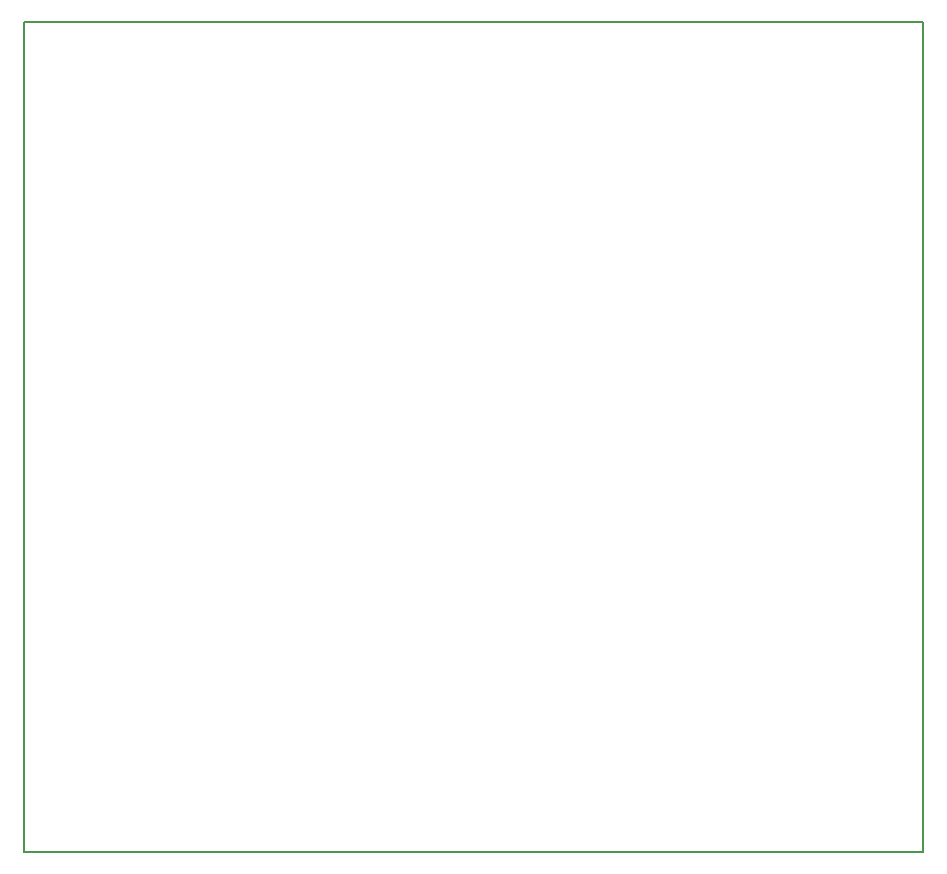
<source format=gm1>
G04 MADE WITH FRITZING*
G04 WWW.FRITZING.ORG*
G04 DOUBLE SIDED*
G04 HOLES PLATED*
G04 CONTOUR ON CENTER OF CONTOUR VECTOR*
%ASAXBY*%
%FSLAX23Y23*%
%MOIN*%
%OFA0B0*%
%SFA1.0B1.0*%
%ADD10R,3.006380X2.775960*%
%ADD11C,0.008000*%
%ADD10C,0.008*%
%LNCONTOUR*%
G90*
G70*
G54D10*
G54D11*
X4Y2772D02*
X3002Y2772D01*
X3002Y4D01*
X4Y4D01*
X4Y2772D01*
D02*
G04 End of contour*
M02*
</source>
